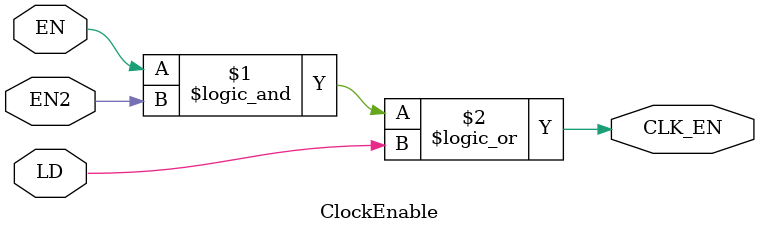
<source format=v>
`timescale 1ns / 1ps


module ClockEnable(EN,EN2,LD,CLK_EN);
input EN,EN2,LD;
output CLK_EN;

assign CLK_EN = (EN && EN2) || LD;
endmodule

</source>
